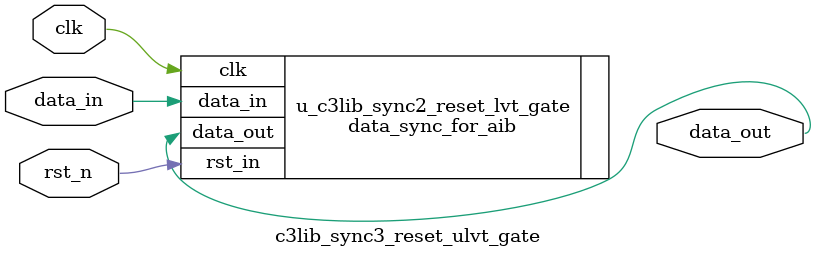
<source format=sv>


module  c3lib_sync3_reset_ulvt_gate( 

  clk, 
  rst_n, 
  data_in,
  data_out

  ); 

input	clk; 
input	rst_n; 
input	data_in;
output	data_out;

//  c3lib_sync_metastable_behav_gate #(
//
//    .RESET_VAL	( 0 ),
//    .SYNC_STAGES( 3 )
//
//  ) u_c3lib_sync2_reset_lvt_gate ( 
//
//    .clk	( clk      ),
//    .rst_n	( rst_n    ),
//    .data_in	( data_in  ),
//    .data_out	( data_out )
//
//  );
data_sync_for_aib # (
    .ActiveLow(1),
    .ResetVal(1'b0),
    .SyncRegWidth(3)
) u_c3lib_sync2_reset_lvt_gate (
    .clk    ( clk      ),
    .rst_in (rst_n ),
    .data_in(data_in),
    .data_out   ( data_out )
);

endmodule 


</source>
